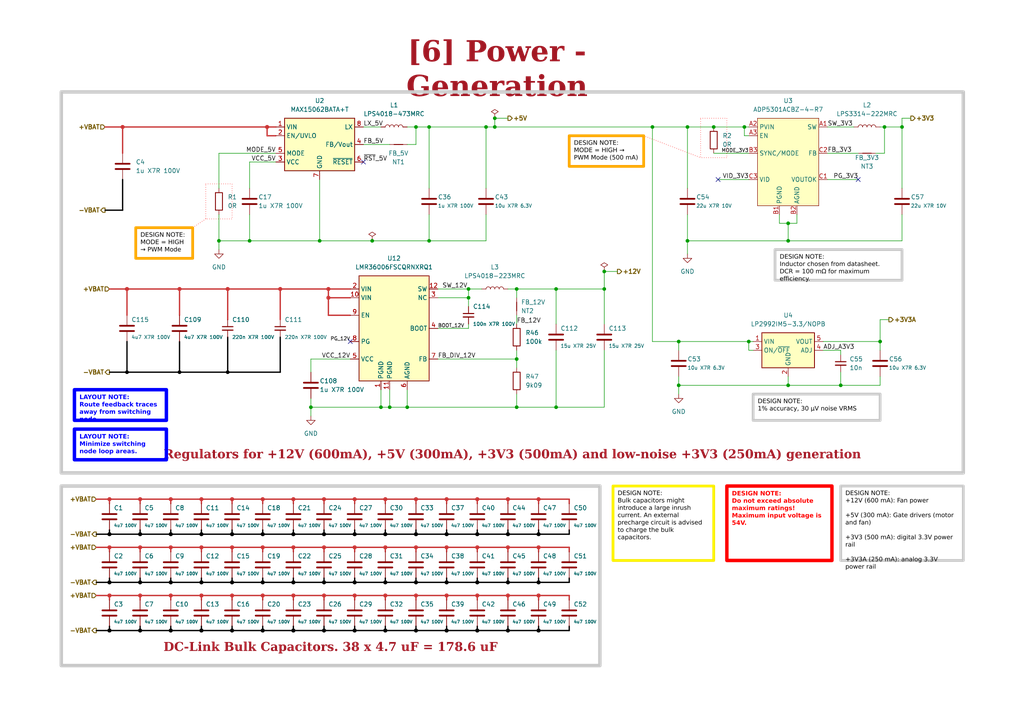
<source format=kicad_sch>
(kicad_sch (version 20230121) (generator eeschema)
  (paper "A4")
  (title_block (title "Power Generation") (date "2023-10-21") (rev "1.0") (company "EPFL Xplore") (comment 3 "Author: Vincent Nguyen"))
  (junction (at 52.07 83.82) (diameter 1.016) (color 200 50 50 1))
  (junction (at 93.98 144.78) (diameter 1.016) (color 200 50 50 1))
  (junction (at 52.07 107.95) (color 0 0 0 1))
  (junction (at 138.43 172.72) (diameter 1.016) (color 200 50 50 1))
  (junction (at 228.6 111.76))
  (junction (at 85.09 154.94) (diameter 1.016) (color 0 0 0 1))
  (junction (at 256.54 36.83))
  (junction (at 58.42 168.91) (diameter 1.016) (color 0 0 0 1))
  (junction (at 138.43 158.75) (diameter 1.016) (color 200 50 50 1))
  (junction (at 111.76 168.91) (diameter 1.016) (color 0 0 0 1))
  (junction (at 77.47 36.83) (diameter 1.016) (color 200 50 50 1))
  (junction (at 161.29 118.11))
  (junction (at 90.17 118.11))
  (junction (at 40.64 154.94) (diameter 1.016) (color 0 0 0 1))
  (junction (at 189.23 36.83))
  (junction (at 147.32 154.94) (diameter 1.016) (color 0 0 0 1))
  (junction (at 111.76 154.94) (diameter 1.016) (color 0 0 0 1))
  (junction (at 49.53 158.75) (diameter 1.016) (color 200 50 50 1))
  (junction (at 217.17 99.06))
  (junction (at 120.65 182.88) (diameter 1.016) (color 0 0 0 1))
  (junction (at 40.64 172.72) (diameter 1.016) (color 200 50 50 1))
  (junction (at 31.75 172.72) (diameter 1.016) (color 200 50 50 1))
  (junction (at 199.39 69.85))
  (junction (at 66.04 83.82) (diameter 1.016) (color 200 50 50 1))
  (junction (at 196.85 99.06))
  (junction (at 228.6 64.77))
  (junction (at 124.46 69.85))
  (junction (at 93.98 182.88) (diameter 1.016) (color 0 0 0 1))
  (junction (at 129.54 168.91) (diameter 1.016) (color 0 0 0 1))
  (junction (at 156.21 172.72) (diameter 1.016) (color 200 50 50 1))
  (junction (at 40.64 182.88) (diameter 1.016) (color 0 0 0 1))
  (junction (at 102.87 168.91) (diameter 1.016) (color 0 0 0 1))
  (junction (at 67.31 172.72) (diameter 1.016) (color 200 50 50 1))
  (junction (at 36.83 107.95) (color 0 0 0 1))
  (junction (at 63.5 69.85))
  (junction (at 111.76 172.72) (diameter 1.016) (color 200 50 50 1))
  (junction (at 85.09 182.88) (diameter 1.016) (color 0 0 0 1))
  (junction (at 31.75 154.94) (diameter 1.016) (color 0 0 0 1))
  (junction (at 67.31 144.78) (diameter 1.016) (color 200 50 50 1))
  (junction (at 156.21 168.91) (diameter 1.016) (color 0 0 0 1))
  (junction (at 149.86 118.11))
  (junction (at 135.89 83.82))
  (junction (at 40.64 168.91) (diameter 1.016) (color 0 0 0 1))
  (junction (at 102.87 172.72) (diameter 1.016) (color 200 50 50 1))
  (junction (at 124.46 36.83))
  (junction (at 120.65 36.83))
  (junction (at 36.83 83.82) (diameter 1.016) (color 200 50 50 1))
  (junction (at 138.43 168.91) (diameter 1.016) (color 0 0 0 1))
  (junction (at 72.39 69.85))
  (junction (at 199.39 36.83))
  (junction (at 138.43 182.88) (diameter 1.016) (color 0 0 0 1))
  (junction (at 111.76 182.88) (diameter 1.016) (color 0 0 0 1))
  (junction (at 147.32 158.75) (diameter 1.016) (color 200 50 50 1))
  (junction (at 49.53 154.94) (diameter 1.016) (color 0 0 0 1))
  (junction (at 76.2 168.91) (diameter 1.016) (color 0 0 0 1))
  (junction (at 85.09 168.91) (diameter 1.016) (color 0 0 0 1))
  (junction (at 49.53 144.78) (diameter 1.016) (color 200 50 50 1))
  (junction (at 255.27 99.06))
  (junction (at 129.54 158.75) (diameter 1.016) (color 200 50 50 1))
  (junction (at 58.42 144.78) (diameter 1.016) (color 200 50 50 1))
  (junction (at 129.54 154.94) (diameter 1.016) (color 0 0 0 1))
  (junction (at 118.11 118.11))
  (junction (at 81.28 83.82) (diameter 1.016) (color 200 50 50 1))
  (junction (at 31.75 168.91) (diameter 1.016) (color 0 0 0 1))
  (junction (at 261.62 36.83))
  (junction (at 31.75 182.88) (diameter 1.016) (color 0 0 0 1))
  (junction (at 49.53 168.91) (diameter 1.016) (color 0 0 0 1))
  (junction (at 107.95 69.85))
  (junction (at 207.01 36.83))
  (junction (at 120.65 168.91) (diameter 1.016) (color 0 0 0 1))
  (junction (at 228.6 69.85))
  (junction (at 58.42 158.75) (diameter 1.016) (color 200 50 50 1))
  (junction (at 92.71 69.85))
  (junction (at 76.2 154.94) (diameter 1.016) (color 0 0 0 1))
  (junction (at 196.85 111.76))
  (junction (at 156.21 154.94) (diameter 1.016) (color 0 0 0 1))
  (junction (at 49.53 172.72) (diameter 1.016) (color 200 50 50 1))
  (junction (at 113.03 118.11))
  (junction (at 76.2 182.88) (diameter 1.016) (color 0 0 0 1))
  (junction (at 102.87 154.94) (diameter 1.016) (color 0 0 0 1))
  (junction (at 40.64 158.75) (diameter 1.016) (color 200 50 50 1))
  (junction (at 93.98 154.94) (diameter 1.016) (color 0 0 0 1))
  (junction (at 143.51 36.83))
  (junction (at 76.2 158.75) (diameter 1.016) (color 200 50 50 1))
  (junction (at 102.87 144.78) (diameter 1.016) (color 200 50 50 1))
  (junction (at 85.09 158.75) (diameter 1.016) (color 200 50 50 1))
  (junction (at 111.76 144.78) (diameter 1.016) (color 200 50 50 1))
  (junction (at 156.21 144.78) (diameter 1.016) (color 200 50 50 1))
  (junction (at 135.89 86.36))
  (junction (at 58.42 182.88) (diameter 1.016) (color 0 0 0 1))
  (junction (at 161.29 83.82))
  (junction (at 215.9 36.83))
  (junction (at 102.87 182.88) (diameter 1.016) (color 0 0 0 1))
  (junction (at 129.54 144.78) (diameter 1.016) (color 200 50 50 1))
  (junction (at 93.98 172.72) (diameter 1.016) (color 200 50 50 1))
  (junction (at 120.65 172.72) (diameter 1.016) (color 200 50 50 1))
  (junction (at 67.31 154.94) (diameter 1.016) (color 0 0 0 1))
  (junction (at 31.75 158.75) (diameter 1.016) (color 200 50 50 1))
  (junction (at 120.65 158.75) (diameter 1.016) (color 200 50 50 1))
  (junction (at 138.43 154.94) (diameter 1.016) (color 0 0 0 1))
  (junction (at 147.32 182.88) (diameter 1.016) (color 0 0 0 1))
  (junction (at 85.09 144.78) (diameter 1.016) (color 200 50 50 1))
  (junction (at 67.31 158.75) (diameter 1.016) (color 200 50 50 1))
  (junction (at 93.98 158.75) (diameter 1.016) (color 200 50 50 1))
  (junction (at 102.87 158.75) (diameter 1.016) (color 200 50 50 1))
  (junction (at 138.43 144.78) (diameter 1.016) (color 200 50 50 1))
  (junction (at 111.76 158.75) (diameter 1.016) (color 200 50 50 1))
  (junction (at 95.25 83.82) (diameter 1.016) (color 200 50 50 1))
  (junction (at 40.64 144.78) (diameter 1.016) (color 200 50 50 1))
  (junction (at 129.54 172.72) (diameter 1.016) (color 200 50 50 1))
  (junction (at 147.32 144.78) (diameter 1.016) (color 200 50 50 1))
  (junction (at 66.04 107.95) (color 0 0 0 1))
  (junction (at 140.97 36.83))
  (junction (at 175.26 83.82))
  (junction (at 156.21 182.88) (diameter 1.016) (color 0 0 0 1))
  (junction (at 76.2 172.72) (diameter 1.016) (color 200 50 50 1))
  (junction (at 67.31 182.88) (diameter 1.016) (color 0 0 0 1))
  (junction (at 175.26 78.74))
  (junction (at 147.32 172.72) (diameter 1.016) (color 200 50 50 1))
  (junction (at 67.31 168.91) (diameter 1.016) (color 0 0 0 1))
  (junction (at 35.56 36.83) (diameter 1.016) (color 200 50 50 1))
  (junction (at 31.75 144.78) (diameter 1.016) (color 200 50 50 1))
  (junction (at 129.54 182.88) (diameter 1.016) (color 0 0 0 1))
  (junction (at 95.25 86.36) (diameter 1.016) (color 200 50 50 1))
  (junction (at 58.42 172.72) (diameter 1.016) (color 200 50 50 1))
  (junction (at 110.49 118.11))
  (junction (at 149.86 104.14))
  (junction (at 120.65 154.94) (diameter 1.016) (color 0 0 0 1))
  (junction (at 93.98 168.91) (diameter 1.016) (color 0 0 0 1))
  (junction (at 85.09 172.72) (diameter 1.016) (color 200 50 50 1))
  (junction (at 147.32 168.91) (diameter 1.016) (color 0 0 0 1))
  (junction (at 76.2 144.78) (diameter 1.016) (color 200 50 50 1))
  (junction (at 149.86 83.82))
  (junction (at 120.65 144.78) (diameter 1.016) (color 200 50 50 1))
  (junction (at 49.53 182.88) (diameter 1.016) (color 0 0 0 1))
  (junction (at 143.51 34.29))
  (junction (at 243.84 111.76))
  (junction (at 156.21 158.75) (diameter 1.016) (color 200 50 50 1))
  (junction (at 58.42 154.94) (diameter 1.016) (color 0 0 0 1))
  (no_connect (at 101.6 99.06))
  (no_connect (at 105.41 46.99))
  (no_connect (at 208.28 52.07))
  (no_connect (at 248.92 52.07))
  (wire (pts (xy 111.76 146.05) (xy 111.76 144.78)) (stroke (width 0.381) (color 200 50 50 1)))
  (wire (pts (xy 102.87 158.75) (xy 111.76 158.75)) (stroke (width 0.381) (color 200 50 50 1)))
  (wire (pts (xy 40.64 154.94) (xy 49.53 154.94)) (stroke (width 0.381) (color 0 0 0 1)))
  (wire (pts (xy 31.75 168.91) (xy 31.75 167.64)) (stroke (width 0.381) (color 0 0 0 1)))
  (wire (pts (xy 156.21 144.78) (xy 165.1 144.78)) (stroke (width 0.381) (color 200 50 50 1)))
  (wire (pts (xy 135.89 86.36) (xy 135.89 88.9)))
  (wire (pts (xy 165.1 168.91) (xy 165.1 167.64)) (stroke (width 0.381) (color 0 0 0 1)))
  (wire (pts (xy 49.53 167.64) (xy 49.53 168.91)) (stroke (width 0.381) (color 0 0 0 1)))
  (wire (pts (xy 102.87 153.67) (xy 102.87 154.94)) (stroke (width 0.381) (color 0 0 0 1)))
  (wire (pts (xy 111.76 167.64) (xy 111.76 168.91)) (stroke (width 0.381) (color 0 0 0 1)))
  (wire (pts (xy 95.25 86.36) (xy 95.25 91.44)) (stroke (width 0.381) (color 200 50 50 1)))
  (wire (pts (xy 63.5 62.23) (xy 63.5 69.85)))
  (wire (pts (xy 243.84 111.76) (xy 243.84 107.95)))
  (wire (pts (xy 85.09 182.88) (xy 93.98 182.88)) (stroke (width 0.381) (color 0 0 0 1)))
  (wire (pts (xy 129.54 168.91) (xy 138.43 168.91)) (stroke (width 0.381) (color 0 0 0 1)))
  (wire (pts (xy 228.6 111.76) (xy 228.6 109.22)))
  (wire (pts (xy 31.75 182.88) (xy 40.64 182.88)) (stroke (width 0.381) (color 0 0 0 1)))
  (wire (pts (xy 199.39 36.83) (xy 199.39 54.61)))
  (wire (pts (xy 118.11 118.11) (xy 118.11 113.03)))
  (wire (pts (xy 255.27 36.83) (xy 256.54 36.83)))
  (wire (pts (xy 138.43 144.78) (xy 147.32 144.78)) (stroke (width 0.381) (color 200 50 50 1)))
  (wire (pts (xy 111.76 144.78) (xy 120.65 144.78)) (stroke (width 0.381) (color 200 50 50 1)))
  (wire (pts (xy 31.75 154.94) (xy 31.75 153.67)) (stroke (width 0.381) (color 0 0 0 1)))
  (wire (pts (xy 207.01 36.83) (xy 215.9 36.83)))
  (wire (pts (xy 76.2 167.64) (xy 76.2 168.91)) (stroke (width 0.381) (color 0 0 0 1)))
  (wire (pts (xy 124.46 36.83) (xy 140.97 36.83)))
  (wire (pts (xy 243.84 101.6) (xy 238.76 101.6)))
  (wire (pts (xy 27.94 154.94) (xy 31.75 154.94)) (stroke (width 0.381) (color 0 0 0 1)))
  (wire (pts (xy 95.25 83.82) (xy 95.25 86.36)) (stroke (width 0.381) (color 200 50 50 1)))
  (wire (pts (xy 149.86 86.36) (xy 149.86 83.82)))
  (wire (pts (xy 248.92 52.07) (xy 240.03 52.07)))
  (wire (pts (xy 27.94 144.78) (xy 31.75 144.78)) (stroke (width 0.381) (color 200 50 50 1)))
  (wire (pts (xy 129.54 158.75) (xy 138.43 158.75)) (stroke (width 0.381) (color 200 50 50 1)))
  (wire (pts (xy 93.98 182.88) (xy 102.87 182.88)) (stroke (width 0.381) (color 0 0 0 1)))
  (wire (pts (xy 147.32 158.75) (xy 156.21 158.75)) (stroke (width 0.381) (color 200 50 50 1)))
  (wire (pts (xy 140.97 69.85) (xy 124.46 69.85)))
  (wire (pts (xy 217.17 39.37) (xy 215.9 39.37)))
  (wire (pts (xy 111.76 182.88) (xy 120.65 182.88)) (stroke (width 0.381) (color 0 0 0 1)))
  (wire (pts (xy 135.89 83.82) (xy 139.7 83.82)))
  (wire (pts (xy 228.6 64.77) (xy 231.14 64.77)))
  (wire (pts (xy 208.28 52.07) (xy 217.17 52.07)))
  (wire (pts (xy 149.86 101.6) (xy 149.86 104.14)))
  (wire (pts (xy 58.42 153.67) (xy 58.42 154.94)) (stroke (width 0.381) (color 0 0 0 1)))
  (wire (pts (xy 102.87 167.64) (xy 102.87 168.91)) (stroke (width 0.381) (color 0 0 0 1)))
  (wire (pts (xy 156.21 181.61) (xy 156.21 182.88)) (stroke (width 0.381) (color 0 0 0 1)))
  (wire (pts (xy 85.09 153.67) (xy 85.09 154.94)) (stroke (width 0.381) (color 0 0 0 1)))
  (wire (pts (xy 31.75 172.72) (xy 40.64 172.72)) (stroke (width 0.381) (color 200 50 50 1)))
  (wire (pts (xy 31.75 158.75) (xy 40.64 158.75)) (stroke (width 0.381) (color 200 50 50 1)))
  (wire (pts (xy 58.42 172.72) (xy 67.31 172.72)) (stroke (width 0.381) (color 200 50 50 1)))
  (wire (pts (xy 147.32 34.29) (xy 143.51 34.29)))
  (wire (pts (xy 67.31 154.94) (xy 76.2 154.94)) (stroke (width 0.381) (color 0 0 0 1)))
  (wire (pts (xy 27.94 168.91) (xy 31.75 168.91)) (stroke (width 0.381) (color 0 0 0 1)))
  (wire (pts (xy 129.54 153.67) (xy 129.54 154.94)) (stroke (width 0.381) (color 0 0 0 1)))
  (wire (pts (xy 105.41 41.91) (xy 113.03 41.91)))
  (wire (pts (xy 67.31 182.88) (xy 76.2 182.88)) (stroke (width 0.381) (color 0 0 0 1)))
  (wire (pts (xy 243.84 102.87) (xy 243.84 101.6)))
  (wire (pts (xy 30.48 36.83) (xy 35.56 36.83)) (stroke (width 0.381) (color 200 50 50 1)))
  (wire (pts (xy 175.26 78.74) (xy 175.26 83.82)))
  (wire (pts (xy 85.09 158.75) (xy 85.09 160.02)) (stroke (width 0.381) (color 200 50 50 1)))
  (wire (pts (xy 72.39 69.85) (xy 72.39 62.23)))
  (wire (pts (xy 31.75 107.95) (xy 36.83 107.95)) (stroke (width 0.381) (color 0 0 0 1)))
  (wire (pts (xy 95.25 86.36) (xy 101.6 86.36)) (stroke (width 0.381) (color 200 50 50 1)))
  (wire (pts (xy 140.97 54.61) (xy 140.97 36.83)))
  (wire (pts (xy 255.27 111.76) (xy 255.27 109.22)))
  (wire (pts (xy 85.09 144.78) (xy 85.09 146.05)) (stroke (width 0.381) (color 200 50 50 1)))
  (wire (pts (xy 175.26 83.82) (xy 175.26 93.98)))
  (wire (pts (xy 111.76 173.99) (xy 111.76 172.72)) (stroke (width 0.381) (color 200 50 50 1)))
  (wire (pts (xy 147.32 181.61) (xy 147.32 182.88)) (stroke (width 0.381) (color 0 0 0 1)))
  (wire (pts (xy 31.75 144.78) (xy 31.75 146.05)) (stroke (width 0.381) (color 200 50 50 1)))
  (wire (pts (xy 231.14 64.77) (xy 231.14 62.23)))
  (wire (pts (xy 49.53 158.75) (xy 49.53 160.02)) (stroke (width 0.381) (color 200 50 50 1)))
  (wire (pts (xy 40.64 144.78) (xy 49.53 144.78)) (stroke (width 0.381) (color 200 50 50 1)))
  (wire (pts (xy 76.2 144.78) (xy 76.2 146.05)) (stroke (width 0.381) (color 200 50 50 1)))
  (wire (pts (xy 85.09 181.61) (xy 85.09 182.88)) (stroke (width 0.381) (color 0 0 0 1)))
  (wire (pts (xy 165.1 144.78) (xy 165.1 146.05)) (stroke (width 0.381) (color 200 50 50 1)))
  (wire (pts (xy 147.32 172.72) (xy 156.21 172.72)) (stroke (width 0.381) (color 200 50 50 1)))
  (wire (pts (xy 49.53 172.72) (xy 58.42 172.72)) (stroke (width 0.381) (color 200 50 50 1)))
  (wire (pts (xy 118.11 41.91) (xy 120.65 41.91)))
  (wire (pts (xy 95.25 91.44) (xy 101.6 91.44)) (stroke (width 0.381) (color 200 50 50 1)))
  (wire (pts (xy 93.98 168.91) (xy 102.87 168.91)) (stroke (width 0.381) (color 0 0 0 1)))
  (wire (pts (xy 31.75 182.88) (xy 31.75 181.61)) (stroke (width 0.381) (color 0 0 0 1)))
  (wire (pts (xy 58.42 144.78) (xy 67.31 144.78)) (stroke (width 0.381) (color 200 50 50 1)))
  (wire (pts (xy 67.31 153.67) (xy 67.31 154.94)) (stroke (width 0.381) (color 0 0 0 1)))
  (wire (pts (xy 81.28 83.82) (xy 95.25 83.82)) (stroke (width 0.381) (color 200 50 50 1)))
  (wire (pts (xy 149.86 83.82) (xy 161.29 83.82)))
  (wire (pts (xy 147.32 168.91) (xy 156.21 168.91)) (stroke (width 0.381) (color 0 0 0 1)))
  (wire (pts (xy 255.27 99.06) (xy 255.27 92.71)))
  (wire (pts (xy 77.47 39.37) (xy 77.47 36.83)) (stroke (width 0.381) (color 200 50 50 1)))
  (wire (pts (xy 102.87 154.94) (xy 111.76 154.94)) (stroke (width 0.381) (color 0 0 0 1)))
  (wire (pts (xy 67.31 168.91) (xy 76.2 168.91)) (stroke (width 0.381) (color 0 0 0 1)))
  (wire (pts (xy 52.07 107.95) (xy 66.04 107.95)) (stroke (width 0.381) (color 0 0 0 1)))
  (wire (pts (xy 90.17 104.14) (xy 101.6 104.14)))
  (wire (pts (xy 52.07 91.44) (xy 52.07 83.82)) (stroke (width 0.381) (color 200 50 50 1)))
  (wire (pts (xy 66.04 107.95) (xy 81.28 107.95)) (stroke (width 0.381) (color 0 0 0 1)))
  (wire (pts (xy 156.21 173.99) (xy 156.21 172.72)) (stroke (width 0.381) (color 200 50 50 1)))
  (wire (pts (xy 120.65 154.94) (xy 129.54 154.94)) (stroke (width 0.381) (color 0 0 0 1)))
  (wire (pts (xy 93.98 181.61) (xy 93.98 182.88)) (stroke (width 0.381) (color 0 0 0 1)))
  (wire (pts (xy 93.98 167.64) (xy 93.98 168.91)) (stroke (width 0.381) (color 0 0 0 1)))
  (wire (pts (xy 124.46 36.83) (xy 120.65 36.83)))
  (wire (pts (xy 58.42 158.75) (xy 67.31 158.75)) (stroke (width 0.381) (color 200 50 50 1)))
  (wire (pts (xy 49.53 181.61) (xy 49.53 182.88)) (stroke (width 0.381) (color 0 0 0 1)))
  (wire (pts (xy 129.54 182.88) (xy 138.43 182.88)) (stroke (width 0.381) (color 0 0 0 1)))
  (wire (pts (xy 143.51 36.83) (xy 189.23 36.83)))
  (wire (pts (xy 52.07 83.82) (xy 66.04 83.82)) (stroke (width 0.381) (color 200 50 50 1)))
  (wire (pts (xy 111.76 154.94) (xy 120.65 154.94)) (stroke (width 0.381) (color 0 0 0 1)))
  (wire (pts (xy 127 86.36) (xy 135.89 86.36)))
  (wire (pts (xy 66.04 83.82) (xy 66.04 92.71)) (stroke (width 0.381) (color 200 50 50 1)))
  (wire (pts (xy 120.65 172.72) (xy 129.54 172.72)) (stroke (width 0.381) (color 200 50 50 1)))
  (wire (pts (xy 36.83 83.82) (xy 52.07 83.82)) (stroke (width 0.381) (color 200 50 50 1)))
  (wire (pts (xy 111.76 181.61) (xy 111.76 182.88)) (stroke (width 0.381) (color 0 0 0 1)))
  (wire (pts (xy 102.87 168.91) (xy 111.76 168.91)) (stroke (width 0.381) (color 0 0 0 1)))
  (wire (pts (xy 129.54 158.75) (xy 129.54 160.02)) (stroke (width 0.381) (color 200 50 50 1)))
  (wire (pts (xy 76.2 172.72) (xy 85.09 172.72)) (stroke (width 0.381) (color 200 50 50 1)))
  (wire (pts (xy 111.76 172.72) (xy 120.65 172.72)) (stroke (width 0.381) (color 200 50 50 1)))
  (wire (pts (xy 156.21 182.88) (xy 165.1 182.88)) (stroke (width 0.381) (color 0 0 0 1)))
  (wire (pts (xy 138.43 172.72) (xy 147.32 172.72)) (stroke (width 0.381) (color 200 50 50 1)))
  (wire (pts (xy 76.2 153.67) (xy 76.2 154.94)) (stroke (width 0.381) (color 0 0 0 1)))
  (wire (pts (xy 129.54 181.61) (xy 129.54 182.88)) (stroke (width 0.381) (color 0 0 0 1)))
  (wire (pts (xy 58.42 154.94) (xy 67.31 154.94)) (stroke (width 0.381) (color 0 0 0 1)))
  (wire (pts (xy 31.75 154.94) (xy 40.64 154.94)) (stroke (width 0.381) (color 0 0 0 1)))
  (wire (pts (xy 248.92 44.45) (xy 240.03 44.45)))
  (wire (pts (xy 36.83 107.95) (xy 52.07 107.95)) (stroke (width 0.381) (color 0 0 0 1)))
  (wire (pts (xy 120.65 144.78) (xy 129.54 144.78)) (stroke (width 0.381) (color 200 50 50 1)))
  (wire (pts (xy 161.29 101.6) (xy 161.29 118.11)))
  (wire (pts (xy 196.85 99.06) (xy 196.85 101.6)))
  (wire (pts (xy 120.65 158.75) (xy 129.54 158.75)) (stroke (width 0.381) (color 200 50 50 1)))
  (wire (pts (xy 58.42 144.78) (xy 58.42 146.05)) (stroke (width 0.381) (color 200 50 50 1)))
  (wire (pts (xy 138.43 153.67) (xy 138.43 154.94)) (stroke (width 0.381) (color 0 0 0 1)))
  (wire (pts (xy 124.46 54.61) (xy 124.46 36.83)))
  (wire (pts (xy 58.42 181.61) (xy 58.42 182.88)) (stroke (width 0.381) (color 0 0 0 1)))
  (wire (pts (xy 58.42 167.64) (xy 58.42 168.91)) (stroke (width 0.381) (color 0 0 0 1)))
  (wire (pts (xy 40.64 158.75) (xy 49.53 158.75)) (stroke (width 0.381) (color 200 50 50 1)))
  (wire (pts (xy 135.89 95.25) (xy 127 95.25)))
  (wire (pts (xy 92.71 69.85) (xy 92.71 52.07)))
  (wire (pts (xy 49.53 172.72) (xy 49.53 173.99)) (stroke (width 0.381) (color 200 50 50 1)))
  (wire (pts (xy 138.43 182.88) (xy 147.32 182.88)) (stroke (width 0.381) (color 0 0 0 1)))
  (wire (pts (xy 36.83 99.06) (xy 36.83 107.95)) (stroke (width 0.381) (color 0 0 0 1)))
  (wire (pts (xy 138.43 144.78) (xy 138.43 146.05)) (stroke (width 0.381) (color 200 50 50 1)))
  (wire (pts (xy 207.01 44.45) (xy 217.17 44.45)))
  (wire (pts (xy 138.43 167.64) (xy 138.43 168.91)) (stroke (width 0.381) (color 0 0 0 1)))
  (wire (pts (xy 156.21 160.02) (xy 156.21 158.75)) (stroke (width 0.381) (color 200 50 50 1)))
  (wire (pts (xy 77.47 36.83) (xy 80.01 36.83)) (stroke (width 0.381) (color 200 50 50 1)))
  (wire (pts (xy 40.64 144.78) (xy 40.64 146.05)) (stroke (width 0.381) (color 200 50 50 1)))
  (wire (pts (xy 156.21 146.05) (xy 156.21 144.78)) (stroke (width 0.381) (color 200 50 50 1)))
  (wire (pts (xy 63.5 44.45) (xy 80.01 44.45)))
  (wire (pts (xy 35.56 36.83) (xy 77.47 36.83)) (stroke (width 0.381) (color 200 50 50 1)))
  (wire (pts (xy 113.03 118.11) (xy 113.03 113.03)))
  (wire (pts (xy 147.32 154.94) (xy 156.21 154.94)) (stroke (width 0.381) (color 0 0 0 1)))
  (wire (pts (xy 102.87 182.88) (xy 111.76 182.88)) (stroke (width 0.381) (color 0 0 0 1)))
  (wire (pts (xy 102.87 158.75) (xy 102.87 160.02)) (stroke (width 0.381) (color 200 50 50 1)))
  (wire (pts (xy 127 104.14) (xy 149.86 104.14)))
  (wire (pts (xy 76.2 154.94) (xy 85.09 154.94)) (stroke (width 0.381) (color 0 0 0 1)))
  (wire (pts (xy 149.86 104.14) (xy 149.86 106.68)))
  (wire (pts (xy 156.21 167.64) (xy 156.21 168.91)) (stroke (width 0.381) (color 0 0 0 1)))
  (wire (pts (xy 196.85 99.06) (xy 189.23 99.06)))
  (wire (pts (xy 67.31 181.61) (xy 67.31 182.88)) (stroke (width 0.381) (color 0 0 0 1)))
  (wire (pts (xy 76.2 168.91) (xy 85.09 168.91)) (stroke (width 0.381) (color 0 0 0 1)))
  (wire (pts (xy 261.62 62.23) (xy 261.62 69.85)))
  (wire (pts (xy 217.17 101.6) (xy 217.17 99.06)))
  (wire (pts (xy 49.53 168.91) (xy 58.42 168.91)) (stroke (width 0.381) (color 0 0 0 1)))
  (wire (pts (xy 67.31 158.75) (xy 76.2 158.75)) (stroke (width 0.381) (color 200 50 50 1)))
  (wire (pts (xy 31.75 83.82) (xy 36.83 83.82)) (stroke (width 0.381) (color 200 50 50 1)))
  (wire (pts (xy 129.54 172.72) (xy 138.43 172.72)) (stroke (width 0.381) (color 200 50 50 1)))
  (wire (pts (xy 120.65 168.91) (xy 129.54 168.91)) (stroke (width 0.381) (color 0 0 0 1)))
  (wire (pts (xy 199.39 62.23) (xy 199.39 69.85)))
  (wire (pts (xy 196.85 111.76) (xy 228.6 111.76)))
  (wire (pts (xy 72.39 46.99) (xy 80.01 46.99)))
  (wire (pts (xy 135.89 93.98) (xy 135.89 95.25)))
  (wire (pts (xy 120.65 36.83) (xy 118.11 36.83)))
  (wire (pts (xy 35.56 52.07) (xy 35.56 60.96)) (stroke (width 0.381) (color 0 0 0 1)))
  (wire (pts (xy 40.64 167.64) (xy 40.64 168.91)) (stroke (width 0.381) (color 0 0 0 1)))
  (wire (pts (xy 111.76 153.67) (xy 111.76 154.94)) (stroke (width 0.381) (color 0 0 0 1)))
  (wire (pts (xy 107.95 69.85) (xy 92.71 69.85)))
  (wire (pts (xy 161.29 83.82) (xy 161.29 93.98)))
  (wire (pts (xy 49.53 158.75) (xy 58.42 158.75)) (stroke (width 0.381) (color 200 50 50 1)))
  (wire (pts (xy 113.03 118.11) (xy 118.11 118.11)))
  (wire (pts (xy 243.84 111.76) (xy 255.27 111.76)))
  (wire (pts (xy 138.43 158.75) (xy 147.32 158.75)) (stroke (width 0.381) (color 200 50 50 1)))
  (wire (pts (xy 226.06 62.23) (xy 226.06 64.77)))
  (wire (pts (xy 85.09 154.94) (xy 93.98 154.94)) (stroke (width 0.381) (color 0 0 0 1)))
  (wire (pts (xy 40.64 181.61) (xy 40.64 182.88)) (stroke (width 0.381) (color 0 0 0 1)))
  (wire (pts (xy 102.87 181.61) (xy 102.87 182.88)) (stroke (width 0.381) (color 0 0 0 1)))
  (wire (pts (xy 129.54 154.94) (xy 138.43 154.94)) (stroke (width 0.381) (color 0 0 0 1)))
  (wire (pts (xy 196.85 111.76) (xy 196.85 109.22)))
  (wire (pts (xy 179.07 78.74) (xy 175.26 78.74)))
  (wire (pts (xy 189.23 99.06) (xy 189.23 36.83)))
  (wire (pts (xy 147.32 144.78) (xy 156.21 144.78)) (stroke (width 0.381) (color 200 50 50 1)))
  (wire (pts (xy 58.42 182.88) (xy 67.31 182.88)) (stroke (width 0.381) (color 0 0 0 1)))
  (wire (pts (xy 147.32 172.72) (xy 147.32 173.99)) (stroke (width 0.381) (color 200 50 50 1)))
  (wire (pts (xy 76.2 172.72) (xy 76.2 173.99)) (stroke (width 0.381) (color 200 50 50 1)))
  (wire (pts (xy 138.43 158.75) (xy 138.43 160.02)) (stroke (width 0.381) (color 200 50 50 1)))
  (wire (pts (xy 76.2 182.88) (xy 85.09 182.88)) (stroke (width 0.381) (color 0 0 0 1)))
  (wire (pts (xy 36.83 91.44) (xy 36.83 83.82)) (stroke (width 0.381) (color 200 50 50 1)))
  (wire (pts (xy 102.87 144.78) (xy 111.76 144.78)) (stroke (width 0.381) (color 200 50 50 1)))
  (wire (pts (xy 199.39 69.85) (xy 228.6 69.85)))
  (wire (pts (xy 49.53 144.78) (xy 49.53 146.05)) (stroke (width 0.381) (color 200 50 50 1)))
  (wire (pts (xy 110.49 118.11) (xy 113.03 118.11)))
  (polyline (pts (xy 186.69 39.37) (xy 203.2 45.72)) (stroke (width 0) (type dot) (color 255 0 0 1)))
  (wire (pts (xy 63.5 69.85) (xy 72.39 69.85)))
  (wire (pts (xy 93.98 158.75) (xy 102.87 158.75)) (stroke (width 0.381) (color 200 50 50 1)))
  (wire (pts (xy 135.89 86.36) (xy 135.89 83.82)))
  (wire (pts (xy 156.21 158.75) (xy 165.1 158.75)) (stroke (width 0.381) (color 200 50 50 1)))
  (wire (pts (xy 120.65 41.91) (xy 120.65 36.83)))
  (wire (pts (xy 147.32 182.88) (xy 156.21 182.88)) (stroke (width 0.381) (color 0 0 0 1)))
  (wire (pts (xy 110.49 113.03) (xy 110.49 118.11)))
  (wire (pts (xy 90.17 107.95) (xy 90.17 104.14)))
  (wire (pts (xy 31.75 172.72) (xy 31.75 173.99)) (stroke (width 0.381) (color 200 50 50 1)))
  (wire (pts (xy 58.42 158.75) (xy 58.42 160.02)) (stroke (width 0.381) (color 200 50 50 1)))
  (wire (pts (xy 129.54 144.78) (xy 129.54 146.05)) (stroke (width 0.381) (color 200 50 50 1)))
  (wire (pts (xy 199.39 36.83) (xy 207.01 36.83)))
  (wire (pts (xy 129.54 167.64) (xy 129.54 168.91)) (stroke (width 0.381) (color 0 0 0 1)))
  (wire (pts (xy 138.43 172.72) (xy 138.43 173.99)) (stroke (width 0.381) (color 200 50 50 1)))
  (wire (pts (xy 40.64 153.67) (xy 40.64 154.94)) (stroke (width 0.381) (color 0 0 0 1)))
  (wire (pts (xy 93.98 158.75) (xy 93.98 160.02)) (stroke (width 0.381) (color 200 50 50 1)))
  (wire (pts (xy 90.17 115.57) (xy 90.17 118.11)))
  (wire (pts (xy 105.41 36.83) (xy 110.49 36.83)))
  (wire (pts (xy 85.09 167.64) (xy 85.09 168.91)) (stroke (width 0.381) (color 0 0 0 1)))
  (wire (pts (xy 93.98 144.78) (xy 102.87 144.78)) (stroke (width 0.381) (color 200 50 50 1)))
  (wire (pts (xy 102.87 172.72) (xy 111.76 172.72)) (stroke (width 0.381) (color 200 50 50 1)))
  (wire (pts (xy 52.07 99.06) (xy 52.07 107.95)) (stroke (width 0.381) (color 0 0 0 1)))
  (wire (pts (xy 161.29 83.82) (xy 175.26 83.82)))
  (wire (pts (xy 255.27 99.06) (xy 238.76 99.06)))
  (wire (pts (xy 120.65 167.64) (xy 120.65 168.91)) (stroke (width 0.381) (color 0 0 0 1)))
  (wire (pts (xy 93.98 153.67) (xy 93.98 154.94)) (stroke (width 0.381) (color 0 0 0 1)))
  (wire (pts (xy 66.04 107.95) (xy 66.04 97.79)) (stroke (width 0.381) (color 0 0 0 1)))
  (wire (pts (xy 124.46 69.85) (xy 107.95 69.85)))
  (wire (pts (xy 27.94 182.88) (xy 31.75 182.88)) (stroke (width 0.381) (color 0 0 0 1)))
  (wire (pts (xy 40.64 158.75) (xy 40.64 160.02)) (stroke (width 0.381) (color 200 50 50 1)))
  (wire (pts (xy 67.31 172.72) (xy 76.2 172.72)) (stroke (width 0.381) (color 200 50 50 1)))
  (wire (pts (xy 80.01 39.37) (xy 77.47 39.37)) (stroke (width 0.381) (color 200 50 50 1)))
  (wire (pts (xy 215.9 39.37) (xy 215.9 36.83)))
  (wire (pts (xy 255.27 101.6) (xy 255.27 99.06)))
  (wire (pts (xy 165.1 154.94) (xy 165.1 153.67)) (stroke (width 0.381) (color 0 0 0 1)))
  (wire (pts (xy 67.31 144.78) (xy 76.2 144.78)) (stroke (width 0.381) (color 200 50 50 1)))
  (wire (pts (xy 120.65 146.05) (xy 120.65 144.78)) (stroke (width 0.381) (color 200 50 50 1)))
  (wire (pts (xy 228.6 69.85) (xy 228.6 64.77)))
  (wire (pts (xy 85.09 158.75) (xy 93.98 158.75)) (stroke (width 0.381) (color 200 50 50 1)))
  (wire (pts (xy 40.64 168.91) (xy 49.53 168.91)) (stroke (width 0.381) (color 0 0 0 1)))
  (wire (pts (xy 90.17 118.11) (xy 90.17 120.65)))
  (wire (pts (xy 93.98 144.78) (xy 93.98 146.05)) (stroke (width 0.381) (color 200 50 50 1)))
  (wire (pts (xy 76.2 158.75) (xy 85.09 158.75)) (stroke (width 0.381) (color 200 50 50 1)))
  (wire (pts (xy 58.42 172.72) (xy 58.42 173.99)) (stroke (width 0.381) (color 200 50 50 1)))
  (wire (pts (xy 93.98 172.72) (xy 102.87 172.72)) (stroke (width 0.381) (color 200 50 50 1)))
  (polyline (pts (xy 59.69 63.5) (xy 55.88 66.04)) (stroke (width 0) (type dot) (color 255 0 0 1)))
  (wire (pts (xy 120.65 160.02) (xy 120.65 158.75)) (stroke (width 0.381) (color 200 50 50 1)))
  (wire (pts (xy 31.75 144.78) (xy 40.64 144.78)) (stroke (width 0.381) (color 200 50 50 1)))
  (wire (pts (xy 63.5 72.39) (xy 63.5 69.85)))
  (wire (pts (xy 93.98 154.94) (xy 102.87 154.94)) (stroke (width 0.381) (color 0 0 0 1)))
  (wire (pts (xy 40.64 172.72) (xy 49.53 172.72)) (stroke (width 0.381) (color 200 50 50 1)))
  (wire (pts (xy 49.53 144.78) (xy 58.42 144.78)) (stroke (width 0.381) (color 200 50 50 1)))
  (wire (pts (xy 138.43 168.91) (xy 147.32 168.91)) (stroke (width 0.381) (color 0 0 0 1)))
  (wire (pts (xy 111.76 160.02) (xy 111.76 158.75)) (stroke (width 0.381) (color 200 50 50 1)))
  (wire (pts (xy 35.56 44.45) (xy 35.56 36.83)) (stroke (width 0.381) (color 200 50 50 1)))
  (wire (pts (xy 196.85 114.3) (xy 196.85 111.76)))
  (wire (pts (xy 256.54 36.83) (xy 256.54 44.45)))
  (wire (pts (xy 228.6 69.85) (xy 261.62 69.85)))
  (wire (pts (xy 261.62 34.29) (xy 261.62 36.83)))
  (wire (pts (xy 149.86 114.3) (xy 149.86 118.11)))
  (wire (pts (xy 120.65 182.88) (xy 129.54 182.88)) (stroke (width 0.381) (color 0 0 0 1)))
  (wire (pts (xy 111.76 168.91) (xy 120.65 168.91)) (stroke (width 0.381) (color 0 0 0 1)))
  (wire (pts (xy 85.09 144.78) (xy 93.98 144.78)) (stroke (width 0.381) (color 200 50 50 1)))
  (wire (pts (xy 35.56 60.96) (xy 30.48 60.96)) (stroke (width 0.381) (color 0 0 0 1)))
  (wire (pts (xy 85.09 172.72) (xy 85.09 173.99)) (stroke (width 0.381) (color 200 50 50 1)))
  (wire (pts (xy 218.44 101.6) (xy 217.17 101.6)))
  (wire (pts (xy 102.87 172.72) (xy 102.87 173.99)) (stroke (width 0.381) (color 200 50 50 1)))
  (wire (pts (xy 67.31 158.75) (xy 67.31 160.02)) (stroke (width 0.381) (color 200 50 50 1)))
  (wire (pts (xy 256.54 36.83) (xy 261.62 36.83)))
  (wire (pts (xy 147.32 167.64) (xy 147.32 168.91)) (stroke (width 0.381) (color 0 0 0 1)))
  (wire (pts (xy 175.26 101.6) (xy 175.26 118.11)))
  (wire (pts (xy 111.76 158.75) (xy 120.65 158.75)) (stroke (width 0.381) (color 200 50 50 1)))
  (wire (pts (xy 129.54 172.72) (xy 129.54 173.99)) (stroke (width 0.381) (color 200 50 50 1)))
  (wire (pts (xy 217.17 99.06) (xy 196.85 99.06)))
  (wire (pts (xy 147.32 153.67) (xy 147.32 154.94)) (stroke (width 0.381) (color 0 0 0 1)))
  (wire (pts (xy 156.21 168.91) (xy 165.1 168.91)) (stroke (width 0.381) (color 0 0 0 1)))
  (wire (pts (xy 147.32 144.78) (xy 147.32 146.05)) (stroke (width 0.381) (color 200 50 50 1)))
  (wire (pts (xy 199.39 73.66) (xy 199.39 69.85)))
  (wire (pts (xy 165.1 158.75) (xy 165.1 160.02)) (stroke (width 0.381) (color 200 50 50 1)))
  (wire (pts (xy 228.6 111.76) (xy 243.84 111.76)))
  (wire (pts (xy 76.2 158.75) (xy 76.2 160.02)) (stroke (width 0.381) (color 200 50 50 1)))
  (wire (pts (xy 156.21 153.67) (xy 156.21 154.94)) (stroke (width 0.381) (color 0 0 0 1)))
  (wire (pts (xy 218.44 99.06) (xy 217.17 99.06)))
  (wire (pts (xy 40.64 182.88) (xy 49.53 182.88)) (stroke (width 0.381) (color 0 0 0 1)))
  (wire (pts (xy 256.54 44.45) (xy 254 44.45)))
  (wire (pts (xy 261.62 36.83) (xy 261.62 54.61)))
  (wire (pts (xy 49.53 153.67) (xy 49.53 154.94)) (stroke (width 0.381) (color 0 0 0 1)))
  (wire (pts (xy 49.53 182.88) (xy 58.42 182.88)) (stroke (width 0.381) (color 0 0 0 1)))
  (wire (pts (xy 72.39 69.85) (xy 92.71 69.85)))
  (wire (pts (xy 66.04 83.82) (xy 81.28 83.82)) (stroke (width 0.381) (color 200 50 50 1)))
  (wire (pts (xy 76.2 181.61) (xy 76.2 182.88)) (stroke (width 0.381) (color 0 0 0 1)))
  (wire (pts (xy 165.1 182.88) (xy 165.1 181.61)) (stroke (width 0.381) (color 0 0 0 1)))
  (wire (pts (xy 40.64 172.72) (xy 40.64 173.99)) (stroke (width 0.381) (color 200 50 50 1)))
  (wire (pts (xy 95.25 83.82) (xy 101.6 83.82)) (stroke (width 0.381) (color 200 50 50 1)))
  (wire (pts (xy 49.53 154.94) (xy 58.42 154.94)) (stroke (width 0.381) (color 0 0 0 1)))
  (wire (pts (xy 90.17 118.11) (xy 110.49 118.11)))
  (wire (pts (xy 140.97 36.83) (xy 143.51 36.83)))
  (wire (pts (xy 27.94 158.75) (xy 31.75 158.75)) (stroke (width 0.381) (color 200 50 50 1)))
  (wire (pts (xy 138.43 154.94) (xy 147.32 154.94)) (stroke (width 0.381) (color 0 0 0 1)))
  (wire (pts (xy 67.31 172.72) (xy 67.31 173.99)) (stroke (width 0.381) (color 200 50 50 1)))
  (wire (pts (xy 72.39 54.61) (xy 72.39 46.99)))
  (wire (pts (xy 228.6 64.77) (xy 226.06 64.77)))
  (wire (pts (xy 67.31 167.64) (xy 67.31 168.91)) (stroke (width 0.381) (color 0 0 0 1)))
  (wire (pts (xy 165.1 172.72) (xy 165.1 173.99)) (stroke (width 0.381) (color 200 50 50 1)))
  (wire (pts (xy 129.54 144.78) (xy 138.43 144.78)) (stroke (width 0.381) (color 200 50 50 1)))
  (wire (pts (xy 156.21 172.72) (xy 165.1 172.72)) (stroke (width 0.381) (color 200 50 50 1)))
  (wire (pts (xy 240.03 36.83) (xy 247.65 36.83)))
  (wire (pts (xy 149.86 118.11) (xy 161.29 118.11)))
  (wire (pts (xy 175.26 118.11) (xy 161.29 118.11)))
  (wire (pts (xy 63.5 54.61) (xy 63.5 44.45)))
  (wire (pts (xy 120.65 153.67) (xy 120.65 154.94)) (stroke (width 0.381) (color 0 0 0 1)))
  (wire (pts (xy 85.09 168.91) (xy 93.98 168.91)) (stroke (width 0.381) (color 0 0 0 1)))
  (wire (pts (xy 81.28 83.82) (xy 81.28 92.71)) (stroke (width 0.381) (color 200 50 50 1)))
  (wire (pts (xy 76.2 144.78) (xy 85.09 144.78)) (stroke (width 0.381) (color 200 50 50 1)))
  (wire (pts (xy 140.97 62.23) (xy 140.97 69.85)))
  (wire (pts (xy 156.21 154.94) (xy 165.1 154.94)) (stroke (width 0.381) (color 0 0 0 1)))
  (wire (pts (xy 215.9 36.83) (xy 217.17 36.83)))
  (wire (pts (xy 93.98 172.72) (xy 93.98 173.99)) (stroke (width 0.381) (color 200 50 50 1)))
  (wire (pts (xy 81.28 107.95) (xy 81.28 97.79)) (stroke (width 0.381) (color 0 0 0 1)))
  (wire (pts (xy 27.94 172.72) (xy 31.75 172.72)) (stroke (width 0.381) (color 200 50 50 1)))
  (wire (pts (xy 149.86 93.98) (xy 149.86 91.44)))
  (wire (pts (xy 138.43 181.61) (xy 138.43 182.88)) (stroke (width 0.381) (color 0 0 0 1)))
  (wire (pts (xy 67.31 144.78) (xy 67.31 146.05)) (stroke (width 0.381) (color 200 50 50 1)))
  (wire (pts (xy 120.65 181.61) (xy 120.65 182.88)) (stroke (width 0.381) (color 0 0 0 1)))
  (wire (pts (xy 264.16 34.29) (xy 261.62 34.29)))
  (wire (pts (xy 255.27 92.71) (xy 257.81 92.71)))
  (wire (pts (xy 189.23 36.83) (xy 199.39 36.83)))
  (wire (pts (xy 31.75 168.91) (xy 40.64 168.91)) (stroke (width 0.381) (color 0 0 0 1)))
  (wire (pts (xy 127 83.82) (xy 135.89 83.82)))
  (wire (pts (xy 124.46 62.23) (xy 124.46 69.85)))
  (wire (pts (xy 147.32 83.82) (xy 149.86 83.82)))
  (wire (pts (xy 143.51 34.29) (xy 143.51 36.83)))
  (wire (pts (xy 102.87 144.78) (xy 102.87 146.05)) (stroke (width 0.381) (color 200 50 50 1)))
  (wire (pts (xy 85.09 172.72) (xy 93.98 172.72)) (stroke (width 0.381) (color 200 50 50 1)))
  (wire (pts (xy 31.75 158.75) (xy 31.75 160.02)) (stroke (width 0.381) (color 200 50 50 1)))
  (wire (pts (xy 147.32 158.75) (xy 147.32 160.02)) (stroke (width 0.381) (color 200 50 50 1)))
  (wire (pts (xy 120.65 173.99) (xy 120.65 172.72)) (stroke (width 0.381) (color 200 50 50 1)))
  (wire (pts (xy 118.11 118.11) (xy 149.86 118.11)))
  (wire (pts (xy 58.42 168.91) (xy 67.31 168.91)) (stroke (width 0.381) (color 0 0 0 1)))
  (rectangle (start 59.69 53.34) (end 67.31 63.5) (stroke (width 0) (type dot) (color 255 0 0 1)))
  (rectangle (start 17.78 26.67) (end 279.4 137.16) (stroke (width 1) (color 200 200 200 1)))
  (rectangle (start 203.2 34.29) (end 210.82 45.72) (stroke (width 0) (type dot) (color 255 0 0 1)))
  (arc (start 19.05 -215.9) (mid 21.6538 -222.1862) (end 27.94 -224.79))
  (rectangle (start 17.78 140.97) (end 173.99 193.04) (stroke (width 1) (color 200 200 200 1)))
  (text_box "Regulators for +12V (600mA), +5V (300mA), +3V3 (500mA) and low-noise +3V3 (250mA) generation" (at 19.05 125.73 0) (size 259.08 9.525) (stroke (width -0.0001)) (effects (font (size 2.54 2.54) (thickness 0.508) bold) (justify bottom)))
  (text_box "LAYOUT NOTE:\nRoute feedback traces away from switching node." (at 21.59 113.03 0) (size 26.67 8.89) (stroke (width 1) (color 0 0 255 1)) (effects (font (size 1.27 1.27) (thickness 0.4) bold) (justify left top)))
  (text_box "[6] Power - Generation" (at 95.885 13.97 0) (size 96.52 12.7) (stroke (width -0.0001)) (effects (font (size 6 6) (thickness 1.2) bold)))
  (text_box "DESIGN NOTE:\nMODE = HIGH → PWM Mode" (at 39.37 66.04 0) (size 16.51 8.89) (stroke (width 0.8) (color 255 165 0 1)) (effects (font (size 1.27 1.27)) (justify left top)))
  (text_box "DESIGN NOTE:\nMODE = HIGH → PWM Mode (500 mA)" (at 165.1 39.37 0) (size 21.59 8.89) (stroke (width 0.8) (color 255 165 0 1)) (effects (font (size 1.27 1.27)) (justify left top)))
  (text_box "DESIGN NOTE:\nInductor chosen from datasheet. \nDCR = 100 mΩ for maximum efficiency." (at 224.79 72.39 0) (size 36.83 8.89) (stroke (width 0.8) (color 200 200 200 1)) (effects (font (size 1.27 1.27)) (justify left top)))
  (text_box "DESIGN NOTE:\n1% accuracy, 30 µV noise VRMS" (at 218.44 114.3 0) (size 36.83 7.62) (stroke (width 0.8) (color 200 200 200 1)) (effects (font (size 1.27 1.27)) (justify left top)))
  (text_box "LAYOUT NOTE:\nMinimize switching node loop areas." (at 21.59 124.46 0) (size 26.67 8.89) (stroke (width 1) (color 0 0 255 1)) (effects (font (size 1.27 1.27) (thickness 0.4) bold) (justify left top)))
  (text_box "DESIGN NOTE:\nDo not exceed absolute maximum ratings! Maximum input voltage is 54V." (at 210.82 140.97 0) (size 30.48 21.59) (stroke (width 1) (color 255 0 0 1)) (effects (font (size 1.27 1.27) (thickness 0.4) bold) (justify left top)))
  (text_box "DC-Link Bulk Capacitors. 38 x 4.7 uF = 178.6 uF" (at 19.05 181.61 0) (size 153.67 9.525) (stroke (width -0.0001)) (effects (font (size 2.54 2.54) (thickness 0.508) bold) (justify bottom)))
  (text_box "DESIGN NOTE:\nBulk capacitors might introduce a large inrush current. An external precharge circuit is advised to charge the bulk capacitors." (at 177.8 140.97 0) (size 29.21 21.59) (stroke (width 0.8) (color 250 236 0 1)) (effects (font (size 1.27 1.27)) (justify left top)))
  (text_box "DESIGN NOTE:\n+12V (600 mA): Fan power\n\n+5V (300 mA): Gate drivers (motor and fan)\n\n+3V3 (500 mA): digital 3.3V power rail\n\n+3V3A (250 mA): analog 3.3V power rail\n" (at 243.84 140.97 0) (size 35.56 21.59) (stroke (width 0.8) (color 200 200 200 1)) (effects (font (size 1.27 1.27)) (justify left top)))
  (label "FB_12V" (at 149.86 93.98 0))
  (label "FB_3V3" (at 240.03 44.45 0))
  (label "MODE_5V" (at 80.01 44.45 180))
  (label "FB_DIV_12V" (at 127 104.14 0))
  (label "PG_3V3" (at 248.92 52.07 180))
  (label "VCC_12V" (at 101.6 104.14 180))
  (label "~{RST}_5V" (at 105.41 46.99 0))
  (label "PG_12V" (at 101.6 99.06 180) (effects (font (size 1.016 1.016))))
  (label "VCC_5V" (at 80.01 46.99 180))
  (label "MODE_3V3" (at 217.17 44.45 180) (effects (font (size 1.016 1.016))))
  (label "BOOT_12V" (at 127 95.25 0) (effects (font (size 1.016 1.016))))
  (label "LX_5V" (at 105.41 36.83 0))
  (label "FB_5V" (at 105.41 41.91 0))
  (label "ADJ_A3V3" (at 238.76 101.6 0))
  (label "VID_3V3" (at 209.55 52.07 0))
  (label "SW_12V" (at 128.27 83.82 0))
  (label "SW_3V3" (at 240.03 36.83 0))
  (hierarchical_label "+3V3" (shape output) (at 264.16 34.29 0) (effects (font bold)))
  (hierarchical_label "+VBAT" (shape input) (at 27.94 158.75 180) (effects (font bold)))
  (hierarchical_label "+12V" (shape output) (at 179.07 78.74 0) (effects (font bold)))
  (hierarchical_label "-VBAT" (shape output) (at 27.94 154.94 180) (effects (font bold)))
  (hierarchical_label "+5V" (shape output) (at 147.32 34.29 0) (effects (font bold)))
  (hierarchical_label "+VBAT" (shape input) (at 31.75 83.82 180) (effects (font bold)))
  (hierarchical_label "+3V3A" (shape output) (at 257.81 92.71 0) (effects (font bold)))
  (hierarchical_label "-VBAT" (shape output) (at 30.48 60.96 180) (effects (font bold)))
  (hierarchical_label "-VBAT" (shape output) (at 27.94 168.91 180) (effects (font bold)))
  (hierarchical_label "+VBAT" (shape input) (at 30.48 36.83 180) (effects (font bold)))
  (hierarchical_label "+VBAT" (shape input) (at 27.94 172.72 180) (effects (font bold)))
  (hierarchical_label "-VBAT" (shape output) (at 31.75 107.95 180) (effects (font bold)))
  (hierarchical_label "-VBAT" (shape output) (at 27.94 182.88 180) (effects (font bold)))
  (hierarchical_label "+VBAT" (shape input) (at 27.94 144.78 180) (effects (font bold)))
  (symbol (lib_id "Device:C") (at 85.09 149.86 0) (unit 1)
    (property "Reference" "C21" (at 86.36 147.32 0) (effects (justify left)))
    (property "Value" "4u7 100V" (at 86.36 152.4 0) (effects (font (size 0.889 0.889)) (justify left)))
    (property "Footprint" "0_capacitor_smd:C_1206_3216_DensityHigh" (effects hide))
  )
  (symbol (lib_id "Device:C_Small") (at 66.04 95.25 0) (unit 1)
    (property "Reference" "C110" (at 67.31 92.71 0) (effects (justify left)))
    (property "Value" "220n X7R 100V" (at 67.31 97.79 0) (effects (font (size 1.016 1.016)) (justify left)))
    (property "Footprint" "0_capacitor_smd:C_0402_1005_DensityHigh" (effects hide))
  )
  (symbol (lib_id "0_linear_regulator:LP2992IM5-3.3/NOPB") (at 228.6 101.6 0) (unit 1)
    (property "Reference" "U4" (at 228.6 91.44 0))
    (property "Value" "LP2992IM5-3.3/NOPB" (at 228.6 93.98 0))
    (property "Footprint" "Package_TO_SOT_SMD:SOT-23-5" (effects hide))
    (property "Datasheet" "https://www.ti.com/lit/ds/symlink/lp2992.pdf" (effects hide))
  )
  (symbol (lib_id "Device:C") (at 40.64 149.86 0) (unit 1)
    (property "Reference" "C5" (at 41.91 147.32 0) (effects (justify left)))
    (property "Value" "4u7 100V" (at 41.91 152.4 0) (effects (font (size 0.889 0.889)) (justify left)))
    (property "Footprint" "0_capacitor_smd:C_1206_3216_DensityHigh" (effects hide))
  )
  (symbol (lib_id "Device:C") (at 58.42 149.86 0) (unit 1)
    (property "Reference" "C11" (at 59.69 147.32 0) (effects (justify left)))
    (property "Value" "4u7 100V" (at 59.69 152.4 0) (effects (font (size 0.889 0.889)) (justify left)))
    (property "Footprint" "0_capacitor_smd:C_1206_3216_DensityHigh" (effects hide))
  )
  (symbol (lib_id "0_switching_regulator:LMR36006FSCQRNXRQ1") (at 114.3 110.49 0) (unit 1)
    (property "Reference" "U12" (at 114.3 74.93 0))
    (property "Value" "LMR36006FSCQRNXRQ1" (at 114.3 77.47 0))
    (property "Footprint" "0_switching_regulator:LMR36006FSCQRNXRQ1" (effects hide))
    (property "Datasheet" "https://www.ti.com/lit/ds/symlink/lmr36006-q1.pdf" (effects hide))
    (property "Height" "0.9" (effects hide))
    (property "Mouser Part Number" "595-R36006FSCQRNXRQ1" (effects hide))
    (property "Mouser Price/Stock" "https://www.mouser.co.uk/ProductDetail/Texas-Instruments/LMR36006FSCQRNXRQ1?qs=9r4v7xj2Lnmuqcd0TqmQqQ%3D%3D" (effects hide))
    (property "Manufacturer_Name" "Texas Instruments" (effects hide))
    (property "Manufacturer_Part_Number" "LMR36006FSCQRNXRQ1" (effects hide))
  )
  (symbol (lib_id "Device:C") (at 261.62 58.42 0) (unit 1)
    (property "Reference" "C57" (at 264.16 57.15 0) (effects (justify left)))
    (property "Value" "22u X7R 10V" (at 264.16 59.69 0) (effects (font (size 1.016 1.016)) (justify left)))
    (property "Footprint" "0_capacitor_smd:C_1206_3216_DensityHigh" (effects hide))
  )
  (symbol (lib_id "Device:C") (at 156.21 177.8 0) (unit 1)
    (property "Reference" "C49" (at 157.48 175.26 0) (effects (justify left)))
    (property "Value" "4u7 100V" (at 157.48 180.34 0) (effects (font (size 0.889 0.889)) (justify left)))
    (property "Footprint" "0_capacitor_smd:C_1206_3216_DensityHigh" (effects hide))
  )
  (symbol (lib_id "Device:C") (at 35.56 48.26 0) (unit 1)
    (property "Reference" "C4" (at 39.37 46.99 0) (effects (justify left)))
    (property "Value" "1u X7R 100V" (at 39.37 49.53 0) (effects (justify left)))
    (property "Footprint" "0_capacitor_smd:C_0402_1005_DensityHigh" (effects hide))
  )
  (symbol (lib_id "Device:C") (at 49.53 163.83 0) (unit 1)
    (property "Reference" "C9" (at 50.8 161.29 0) (effects (justify left)))
    (property "Value" "4u7 100V" (at 50.8 166.37 0) (effects (font (size 0.889 0.889)) (justify left)))
    (property "Footprint" "0_capacitor_smd:C_1206_3216_DensityHigh" (effects hide))
  )
  (symbol (lib_id "Device:C") (at 93.98 177.8 0) (unit 1)
    (property "Reference" "C26" (at 95.25 175.26 0) (effects (justify left)))
    (property "Value" "4u7 100V" (at 95.25 180.34 0) (effects (font (size 0.889 0.889)) (justify left)))
    (property "Footprint" "0_capacitor_smd:C_1206_3216_DensityHigh" (effects hide))
  )
  (symbol (lib_id "Device:C") (at 147.32 177.8 0) (unit 1)
    (property "Reference" "C46" (at 148.59 175.26 0) (effects (justify left)))
    (property "Value" "4u7 100V" (at 148.59 180.34 0) (effects (font (size 0.889 0.889)) (justify left)))
    (property "Footprint" "0_capacitor_smd:C_1206_3216_DensityHigh" (effects hide))
  )
  (symbol (lib_id "Device:C") (at 120.65 149.86 0) (unit 1)
    (property "Reference" "C33" (at 121.92 147.32 0) (effects (justify left)))
    (property "Value" "4u7 100V" (at 121.92 152.4 0) (effects (font (size 0.889 0.889)) (justify left)))
    (property "Footprint" "0_capacitor_smd:C_1206_3216_DensityHigh" (effects hide))
  )
  (symbol (lib_id "Device:R") (at 149.86 97.79 0) (unit 1)
    (property "Reference" "R46" (at 152.4 96.52 0) (effects (justify left)))
    (property "Value" "100k" (at 152.4 99.06 0) (effects (justify left)))
    (property "Footprint" "0_resistor_smd:R_0402_1005_DensityHigh" (effects hide))
  )
  (symbol (lib_id "Device:C") (at 138.43 149.86 0) (unit 1)
    (property "Reference" "C40" (at 139.7 147.32 0) (effects (justify left)))
    (property "Value" "4u7 100V" (at 139.7 152.4 0) (effects (font (size 0.889 0.889)) (justify left)))
    (property "Footprint" "0_capacitor_smd:C_1206_3216_DensityHigh" (effects hide))
  )
  (symbol (lib_id "Device:C") (at 90.17 111.76 0) (unit 1)
    (property "Reference" "C108" (at 92.71 110.49 0) (effects (justify left)))
    (property "Value" "1u X7R 100V" (at 92.71 113.03 0) (effects (justify left)))
    (property "Footprint" "0_capacitor_smd:C_0402_1005_DensityHigh" (effects hide))
  )
  (symbol (lib_id "power:GND") (at 196.85 114.3 0) (unit 1)
    (property "Reference" "#PWR071" (effects hide))
    (property "Value" "GND" (at 196.85 119.38 0))
  )
  (symbol (lib_id "Device:C") (at 111.76 177.8 0) (unit 1)
    (property "Reference" "C32" (at 113.03 175.26 0) (effects (justify left)))
    (property "Value" "4u7 100V" (at 113.03 180.34 0) (effects (font (size 0.889 0.889)) (justify left)))
    (property "Footprint" "0_capacitor_smd:C_1206_3216_DensityHigh" (effects hide))
  )
  (symbol (lib_id "Device:C") (at 31.75 163.83 0) (unit 1)
    (property "Reference" "C2" (at 33.02 161.29 0) (effects (justify left)))
    (property "Value" "4u7 100V" (at 33.02 166.37 0) (effects (font (size 0.889 0.889)) (justify left)))
    (property "Footprint" "0_capacitor_smd:C_1206_3216_DensityHigh" (effects hide))
  )
  (symbol (lib_id "Device:C") (at 111.76 149.86 0) (unit 1)
    (property "Reference" "C30" (at 113.03 147.32 0) (effects (justify left)))
    (property "Value" "4u7 100V" (at 113.03 152.4 0) (effects (font (size 0.889 0.889)) (justify left)))
    (property "Footprint" "0_capacitor_smd:C_1206_3216_DensityHigh" (effects hide))
  )
  (symbol (lib_id "Device:C") (at 165.1 177.8 0) (unit 1)
    (property "Reference" "C52" (at 166.37 175.26 0) (effects (justify left)))
    (property "Value" "4u7 100V" (at 166.37 180.34 0) (effects (font (size 0.889 0.889)) (justify left)))
    (property "Footprint" "0_capacitor_smd:C_1206_3216_DensityHigh" (effects hide))
  )
  (symbol (lib_id "Regulator_Switching:MAX15062B") (at 92.71 41.91 0) (unit 1)
    (property "Reference" "U2" (at 92.71 29.21 0))
    (property "Value" "MAX15062BATA+T" (at 92.71 31.75 0))
    (property "Footprint" "Package_DFN_QFN:DFN-8_2x2mm_P0.5mm" (effects hide))
    (property "Datasheet" "http://datasheets.maximintegrated.com/en/ds/MAX15062.pdf" (effects hide))
  )
  (symbol (lib_id "Device:C") (at 199.39 58.42 0) (unit 1)
    (property "Reference" "C54" (at 201.93 57.15 0) (effects (justify left)))
    (property "Value" "22u X7R 10V" (at 201.93 59.69 0) (effects (font (size 1.016 1.016)) (justify left)))
    (property "Footprint" "0_capacitor_smd:C_1206_3216_DensityHigh" (effects hide))
  )
  (symbol (lib_id "Device:C") (at 102.87 163.83 0) (unit 1)
    (property "Reference" "C28" (at 104.14 161.29 0) (effects (justify left)))
    (property "Value" "4u7 100V" (at 104.14 166.37 0) (effects (font (size 0.889 0.889)) (justify left)))
    (property "Footprint" "0_capacitor_smd:C_1206_3216_DensityHigh" (effects hide))
  )
  (symbol (lib_id "Device:NetTie_2") (at 115.57 41.91 0) (unit 1) (in_bom no)
    (property "Reference" "NT1" (at 115.57 46.99 0))
    (property "Value" "FB_5V" (at 115.57 44.45 0))
    (property "Footprint" "0_net_tie:NetTie-2_SMD_Pad0.2mm" (effects hide))
  )
  (symbol (lib_id "Device:C") (at 147.32 149.86 0) (unit 1)
    (property "Reference" "C44" (at 148.59 147.32 0) (effects (justify left)))
    (property "Value" "4u7 100V" (at 148.59 152.4 0) (effects (font (size 0.889 0.889)) (justify left)))
    (property "Footprint" "0_capacitor_smd:C_1206_3216_DensityHigh" (effects hide))
  )
  (symbol (lib_id "power:GND") (at 63.5 72.39 0) (unit 1)
    (property "Reference" "#PWR069" (effects hide))
    (property "Value" "GND" (at 63.5 77.47 0))
  )
  (symbol (lib_id "Device:C") (at 67.31 163.83 0) (unit 1)
    (property "Reference" "C15" (at 68.58 161.29 0) (effects (justify left)))
    (property "Value" "4u7 100V" (at 68.58 166.37 0) (effects (font (size 0.889 0.889)) (justify left)))
    (property "Footprint" "0_capacitor_smd:C_1206_3216_DensityHigh" (effects hide))
  )
  (symbol (lib_id "Device:C") (at 49.53 149.86 0) (unit 1)
    (property "Reference" "C8" (at 50.8 147.32 0) (effects (justify left)))
    (property "Value" "4u7 100V" (at 50.8 152.4 0) (effects (font (size 0.889 0.889)) (justify left)))
    (property "Footprint" "0_capacitor_smd:C_1206_3216_DensityHigh" (effects hide))
  )
  (symbol (lib_id "Device:C") (at 102.87 149.86 0) (unit 1)
    (property "Reference" "C27" (at 104.14 147.32 0) (effects (justify left)))
    (property "Value" "4u7 100V" (at 104.14 152.4 0) (effects (font (size 0.889 0.889)) (justify left)))
    (property "Footprint" "0_capacitor_smd:C_1206_3216_DensityHigh" (effects hide))
  )
  (symbol (lib_id "Device:C") (at 67.31 149.86 0) (unit 1)
    (property "Reference" "C14" (at 68.58 147.32 0) (effects (justify left)))
    (property "Value" "4u7 100V" (at 68.58 152.4 0) (effects (font (size 0.889 0.889)) (justify left)))
    (property "Footprint" "0_capacitor_smd:C_1206_3216_DensityHigh" (effects hide))
  )
  (symbol (lib_id "power:PWR_FLAG") (at 107.95 69.85 0) (unit 1)
    (property "Reference" "#FLG04" (effects hide))
    (property "Value" "PWR_FLAG" (effects hide))
  )
  (symbol (lib_id "Device:C_Small") (at 243.84 105.41 0) (unit 1)
    (property "Reference" "C55" (at 246.38 104.1463 0) (effects (justify left)))
    (property "Value" "10n" (at 246.38 106.6863 0) (effects (justify left)))
    (property "Footprint" "0_capacitor_smd:C_0402_1005_DensityHigh" (effects hide))
  )
  (symbol (lib_id "Device:C") (at 102.87 177.8 0) (unit 1)
    (property "Reference" "C29" (at 104.14 175.26 0) (effects (justify left)))
    (property "Value" "4u7 100V" (at 104.14 180.34 0) (effects (font (size 0.889 0.889)) (justify left)))
    (property "Footprint" "0_capacitor_smd:C_1206_3216_DensityHigh" (effects hide))
  )
  (symbol (lib_id "power:GND") (at 199.39 73.66 0) (unit 1)
    (property "Reference" "#PWR072" (effects hide))
    (property "Value" "GND" (at 199.39 78.74 0))
  )
  (symbol (lib_id "Device:R") (at 149.86 110.49 0) (unit 1)
    (property "Reference" "R47" (at 152.4 109.22 0) (effects (justify left)))
    (property "Value" "9k09" (at 152.4 111.76 0) (effects (justify left)))
    (property "Footprint" "0_resistor_smd:R_0402_1005_DensityHigh" (effects hide))
  )
  (symbol (lib_id "power:GND") (at 90.17 120.65 0) (unit 1)
    (property "Reference" "#PWR070" (effects hide))
    (property "Value" "GND" (at 90.17 125.73 0))
  )
  (symbol (lib_id "Device:C") (at 67.31 177.8 0) (unit 1)
    (property "Reference" "C16" (at 68.58 175.26 0) (effects (justify left)))
    (property "Value" "4u7 100V" (at 68.58 180.34 0) (effects (font (size 0.889 0.889)) (justify left)))
    (property "Footprint" "0_capacitor_smd:C_1206_3216_DensityHigh" (effects hide))
  )
  (symbol (lib_id "Device:C") (at 124.46 58.42 0) (unit 1)
    (property "Reference" "C36" (at 127 57.15 0) (effects (justify left)))
    (property "Value" "1u X7R 100V" (at 127 59.69 0) (effects (font (size 1.016 1.016)) (justify left)))
    (property "Footprint" "0_capacitor_smd:C_0402_1005_DensityHigh" (effects hide))
  )
  (symbol (lib_id "Device:L") (at 251.46 36.83 90) (unit 1)
    (property "Reference" "L2" (at 251.46 30.48 90))
    (property "Value" "LPS3314-222MRC" (at 251.46 33.02 90))
    (property "Footprint" "Inductor_SMD:L_Coilcraft_LPS3314" (effects hide))
    (property "Datasheet" "https://www.mouser.ch/datasheet/2/597/lps3314-1301810.pdf" (effects hide))
    (property "Manufacturer Part Number" "LPS3314-222MRC" (effects hide))
  )
  (symbol (lib_id "Device:C") (at 120.65 177.8 0) (unit 1)
    (property "Reference" "C35" (at 121.92 175.26 0) (effects (justify left)))
    (property "Value" "4u7 100V" (at 121.92 180.34 0) (effects (font (size 0.889 0.889)) (justify left)))
    (property "Footprint" "0_capacitor_smd:C_1206_3216_DensityHigh" (effects hide))
  )
  (symbol (lib_id "Device:C") (at 76.2 177.8 0) (unit 1)
    (property "Reference" "C20" (at 77.47 175.26 0) (effects (justify left)))
    (property "Value" "4u7 100V" (at 77.47 180.34 0) (effects (font (size 0.889 0.889)) (justify left)))
    (property "Footprint" "0_capacitor_smd:C_1206_3216_DensityHigh" (effects hide))
  )
  (symbol (lib_id "Device:C") (at 52.07 95.25 0) (unit 1)
    (property "Reference" "C109" (at 53.34 92.71 0) (effects (justify left)))
    (property "Value" "4u7 X7R 100V" (at 53.34 97.79 0) (effects (font (size 1.016 1.016)) (justify left)))
    (property "Footprint" "0_capacitor_smd:C_1206_3216_DensityHigh" (effects hide))
  )
  (symbol (lib_id "Device:C") (at 129.54 163.83 0) (unit 1)
    (property "Reference" "C38" (at 130.81 161.29 0) (effects (justify left)))
    (property "Value" "4u7 100V" (at 130.81 166.37 0) (effects (font (size 0.889 0.889)) (justify left)))
    (property "Footprint" "0_capacitor_smd:C_1206_3216_DensityHigh" (effects hide))
  )
  (symbol (lib_id "Device:C") (at 49.53 177.8 0) (unit 1)
    (property "Reference" "C10" (at 50.8 175.26 0) (effects (justify left)))
    (property "Value" "4u7 100V" (at 50.8 180.34 0) (effects (font (size 0.889 0.889)) (justify left)))
    (property "Footprint" "0_capacitor_smd:C_1206_3216_DensityHigh" (effects hide))
  )
  (symbol (lib_id "Device:C") (at 147.32 163.83 0) (unit 1)
    (property "Reference" "C45" (at 148.59 161.29 0) (effects (justify left)))
    (property "Value" "4u7 100V" (at 148.59 166.37 0) (effects (font (size 0.889 0.889)) (justify left)))
    (property "Footprint" "0_capacitor_smd:C_1206_3216_DensityHigh" (effects hide))
  )
  (symbol (lib_id "0_switching_regulator:ADP5301ACBZ-4-R7") (at 228.6 59.69 0) (unit 1)
    (property "Reference" "U3" (at 228.6 29.21 0))
    (property "Value" "ADP5301ACBZ-4-R7" (at 228.6 31.75 0))
    (property "Footprint" "0_switching_regulator:CB-9-6_ADI" (effects hide))
    (property "Datasheet" "https://www.analog.com/media/en/technical-documentation/data-sheets/ADP5301.pdf" (effects hide))
  )
  (symbol (lib_id "Device:C") (at 93.98 163.83 0) (unit 1)
    (property "Reference" "C25" (at 95.25 161.29 0) (effects (justify left)))
    (property "Value" "4u7 100V" (at 95.25 166.37 0) (effects (font (size 0.889 0.889)) (justify left)))
    (property "Footprint" "0_capacitor_smd:C_1206_3216_DensityHigh" (effects hide))
  )
  (symbol (lib_id "Device:C") (at 85.09 163.83 0) (unit 1)
    (property "Reference" "C22" (at 86.36 161.29 0) (effects (justify left)))
    (property "Value" "4u7 100V" (at 86.36 166.37 0) (effects (font (size 0.889 0.889)) (justify left)))
    (property "Footprint" "0_capacitor_smd:C_1206_3216_DensityHigh" (effects hide))
  )
  (symbol (lib_id "Device:C") (at 85.09 177.8 0) (unit 1)
    (property "Reference" "C23" (at 86.36 175.26 0) (effects (justify left)))
    (property "Value" "4u7 100V" (at 86.36 180.34 0) (effects (font (size 0.889 0.889)) (justify left)))
    (property "Footprint" "0_capacitor_smd:C_1206_3216_DensityHigh" (effects hide))
  )
  (symbol (lib_id "Device:C") (at 72.39 58.42 0) (unit 1)
    (property "Reference" "C17" (at 74.93 57.15 0) (effects (justify left)))
    (property "Value" "1u X7R 100V" (at 74.93 59.69 0) (effects (justify left)))
    (property "Footprint" "0_capacitor_smd:C_0402_1005_DensityHigh" (effects hide))
  )
  (symbol (lib_id "Device:R") (at 207.01 40.64 0) (unit 1)
    (property "Reference" "R2" (at 209.55 39.37 0) (effects (justify left)))
    (property "Value" "0R" (at 209.55 41.91 0) (effects (justify left)))
    (property "Footprint" "0_resistor_smd:R_0402_1005_DensityHigh" (effects hide))
  )
  (symbol (lib_id "Device:C") (at 129.54 177.8 0) (unit 1)
    (property "Reference" "C39" (at 130.81 175.26 0) (effects (justify left)))
    (property "Value" "4u7 100V" (at 130.81 180.34 0) (effects (font (size 0.889 0.889)) (justify left)))
    (property "Footprint" "0_capacitor_smd:C_1206_3216_DensityHigh" (effects hide))
  )
  (symbol (lib_id "Device:C") (at 93.98 149.86 0) (unit 1)
    (property "Reference" "C24" (at 95.25 147.32 0) (effects (justify left)))
    (property "Value" "4u7 100V" (at 95.25 152.4 0) (effects (font (size 0.889 0.889)) (justify left)))
    (property "Footprint" "0_capacitor_smd:C_1206_3216_DensityHigh" (effects hide))
  )
  (symbol (lib_id "Device:C") (at 161.29 97.79 0) (unit 1)
    (property "Reference" "C112" (at 162.56 95.25 0) (effects (justify left)))
    (property "Value" "15u X7R 25V" (at 162.56 100.33 0) (effects (font (size 1.016 1.016)) (justify left)))
    (property "Footprint" "0_capacitor_smd:C_1210_3225_DensityHigh" (effects hide))
  )
  (symbol (lib_id "Device:C") (at 111.76 163.83 0) (unit 1)
    (property "Reference" "C31" (at 113.03 161.29 0) (effects (justify left)))
    (property "Value" "4u7 100V" (at 113.03 166.37 0) (effects (font (size 0.889 0.889)) (justify left)))
    (property "Footprint" "0_capacitor_smd:C_1206_3216_DensityHigh" (effects hide))
  )
  (symbol (lib_id "Device:C") (at 58.42 177.8 0) (unit 1)
    (property "Reference" "C13" (at 59.69 175.26 0) (effects (justify left)))
    (property "Value" "4u7 100V" (at 59.69 180.34 0) (effects (font (size 0.889 0.889)) (justify left)))
    (property "Footprint" "0_capacitor_smd:C_1206_3216_DensityHigh" (effects hide))
  )
  (symbol (lib_id "Device:C") (at 40.64 163.83 0) (unit 1)
    (property "Reference" "C6" (at 41.91 161.29 0) (effects (justify left)))
    (property "Value" "4u7 100V" (at 41.91 166.37 0) (effects (font (size 0.889 0.889)) (justify left)))
    (property "Footprint" "0_capacitor_smd:C_1206_3216_DensityHigh" (effects hide))
  )
  (symbol (lib_id "Device:C") (at 196.85 105.41 0) (unit 1)
    (property "Reference" "C53" (at 199.39 104.14 0) (effects (justify left)))
    (property "Value" "10u X7R 6.3V" (at 199.39 106.68 0) (effects (font (size 1.016 1.016)) (justify left)))
    (property "Footprint" "0_capacitor_smd:C_0805_2012_DensityHighest" (effects hide))
  )
  (symbol (lib_id "Device:C") (at 156.21 149.86 0) (unit 1)
    (property "Reference" "C47" (at 157.48 147.32 0) (effects (justify left)))
    (property "Value" "4u7 100V" (at 157.48 152.4 0) (effects (font (size 0.889 0.889)) (justify left)))
    (property "Footprint" "0_capacitor_smd:C_1206_3216_DensityHigh" (effects hide))
  )
  (symbol (lib_id "Device:C") (at 31.75 177.8 0) (unit 1)
    (property "Reference" "C3" (at 33.02 175.26 0) (effects (justify left)))
    (property "Value" "4u7 100V" (at 33.02 180.34 0) (effects (font (size 0.889 0.889)) (justify left)))
    (property "Footprint" "0_capacitor_smd:C_1206_3216_DensityHigh" (effects hide))
  )
  (symbol (lib_id "Device:C") (at 165.1 149.86 0) (unit 1)
    (property "Reference" "C50" (at 166.37 147.32 0) (effects (justify left)))
    (property "Value" "4u7 100V" (at 166.37 152.4 0) (effects (font (size 0.889 0.889)) (justify left)))
    (property "Footprint" "0_capacitor_smd:C_1206_3216_DensityHigh" (effects hide))
  )
  (symbol (lib_id "Device:C") (at 31.75 149.86 0) (unit 1)
    (property "Reference" "C1" (at 33.02 147.32 0) (effects (justify left)))
    (property "Value" "4u7 100V" (at 33.02 152.4 0) (effects (font (size 0.889 0.889)) (justify left)))
    (property "Footprint" "0_capacitor_smd:C_1206_3216_DensityHigh" (effects hide))
  )
  (symbol (lib_id "Device:R") (at 63.5 58.42 0) (unit 1)
    (property "Reference" "R1" (at 66.04 57.15 0) (effects (justify left)))
    (property "Value" "0R" (at 66.04 59.69 0) (effects (justify left)))
    (property "Footprint" "0_resistor_smd:R_0402_1005_DensityHigh" (effects hide))
  )
  (symbol (lib_id "Device:C") (at 165.1 163.83 0) (unit 1)
    (property "Reference" "C51" (at 166.37 161.29 0) (effects (justify left)))
    (property "Value" "4u7 100V" (at 166.37 166.37 0) (effects (font (size 0.889 0.889)) (justify left)))
    (property "Footprint" "0_capacitor_smd:C_1206_3216_DensityHigh" (effects hide))
  )
  (symbol (lib_id "Device:NetTie_2") (at 251.46 44.45 0) (unit 1) (in_bom no)
    (property "Reference" "NT3" (at 251.46 48.26 0))
    (property "Value" "FB_3V3" (at 251.46 45.72 0))
    (property "Footprint" "0_net_tie:NetTie-2_SMD_Pad0.2mm" (effects hide))
  )
  (symbol (lib_id "Device:C_Small") (at 135.89 91.44 0) (unit 1)
    (property "Reference" "C114" (at 137.16 88.9 0) (effects (justify left)))
    (property "Value" "100n X7R 100V" (at 137.16 93.98 0) (effects (font (size 1.016 1.016)) (justify left)))
    (property "Footprint" "0_capacitor_smd:C_0402_1005_DensityHigh" (effects hide))
  )
  (symbol (lib_id "Device:C") (at 138.43 177.8 0) (unit 1)
    (property "Reference" "C42" (at 139.7 175.26 0) (effects (justify left)))
    (property "Value" "4u7 100V" (at 139.7 180.34 0) (effects (font (size 0.889 0.889)) (justify left)))
    (property "Footprint" "0_capacitor_smd:C_1206_3216_DensityHigh" (effects hide))
  )
  (symbol (lib_id "Device:L") (at 143.51 83.82 90) (unit 1)
    (property "Reference" "L3" (at 143.51 77.47 90))
    (property "Value" "LPS4018-223MRC" (at 143.51 80.01 90))
    (property "Footprint" "Inductor_SMD:L_Coilcraft_LPS4018" (effects hide))
    (property "Datasheet" "https://www.mouser.ch/datasheet/2/597/lps4018-270702.pdf" (effects hide))
    (property "Manufacturer Part Number" "LPS4018-223MRC" (effects hide))
    (property "Supplier 1" "Mouser" (effects hide))
    (property "Supplier Part Number 1" "994-LPS4018-223MRC" (effects hide))
  )
  (symbol (lib_id "Device:C_Small") (at 81.28 95.25 0) (unit 1)
    (property "Reference" "C111" (at 82.55 92.71 0) (effects (justify left)))
    (property "Value" "220n X7R 100V" (at 82.55 97.79 0) (effects (font (size 1.016 1.016)) (justify left)))
    (property "Footprint" "0_capacitor_smd:C_0402_1005_DensityHigh" (effects hide))
  )
  (symbol (lib_id "Device:NetTie_2") (at 149.86 88.9 90) (unit 1) (in_bom no)
    (property "Reference" "NT2" (at 151.13 90.17 90) (effects (justify right)))
    (property "Value" "FB_12V" (at 151.13 87.63 90) (effects (justify right)))
    (property "Footprint" "0_net_tie:NetTie-2_SMD_Pad0.2mm" (effects hide))
  )
  (symbol (lib_id "Device:C") (at 140.97 58.42 0) (unit 1)
    (property "Reference" "C43" (at 143.51 57.15 0) (effects (justify left)))
    (property "Value" "10u X7R 6.3V" (at 143.51 59.69 0) (effects (font (size 1.016 1.016)) (justify left)))
    (property "Footprint" "0_capacitor_smd:C_0805_2012_DensityHighest" (effects hide))
  )
  (symbol (lib_id "Device:C") (at 129.54 149.86 0) (unit 1)
    (property "Reference" "C37" (at 130.81 147.32 0) (effects (justify left)))
    (property "Value" "4u7 100V" (at 130.81 152.4 0) (effects (font (size 0.889 0.889)) (justify left)))
    (property "Footprint" "0_capacitor_smd:C_1206_3216_DensityHigh" (effects hide))
  )
  (symbol (lib_id "Device:C") (at 76.2 163.83 0) (unit 1)
    (property "Reference" "C19" (at 77.47 161.29 0) (effects (justify left)))
    (property "Value" "4u7 100V" (at 77.47 166.37 0) (effects (font (size 0.889 0.889)) (justify left)))
    (property "Footprint" "0_capacitor_smd:C_1206_3216_DensityHigh" (effects hide))
  )
  (symbol (lib_id "Device:L") (at 114.3 36.83 90) (unit 1)
    (property "Reference" "L1" (at 114.3 30.48 90))
    (property "Value" "LPS4018-473MRC" (at 114.3 33.02 90))
    (property "Footprint" "Inductor_SMD:L_Coilcraft_LPS4018" (effects hide))
    (property "Datasheet" "https://www.mouser.ch/datasheet/2/597/lps4018-270702.pdf" (effects hide))
    (property "Manufacturer Part Number" "LPS4018-473MRC" (effects hide))
    (property "Supplier 1" "Mouser" (effects hide))
    (property "Supplier Part Number 1" "994-LPS4018-473MRC" (effects hide))
  )
  (symbol (lib_id "Device:C") (at 120.65 163.83 0) (unit 1)
    (property "Reference" "C34" (at 121.92 161.29 0) (effects (justify left)))
    (property "Value" "4u7 100V" (at 121.92 166.37 0) (effects (font (size 0.889 0.889)) (justify left)))
    (property "Footprint" "0_capacitor_smd:C_1206_3216_DensityHigh" (effects hide))
  )
  (symbol (lib_id "Device:C") (at 58.42 163.83 0) (unit 1)
    (property "Reference" "C12" (at 59.69 161.29 0) (effects (justify left)))
    (property "Value" "4u7 100V" (at 59.69 166.37 0) (effects (font (size 0.889 0.889)) (justify left)))
    (property "Footprint" "0_capacitor_smd:C_1206_3216_DensityHigh" (effects hide))
  )
  (symbol (lib_id "Device:C") (at 76.2 149.86 0) (unit 1)
    (property "Reference" "C18" (at 77.47 147.32 0) (effects (justify left)))
    (property "Value" "4u7 100V" (at 77.47 152.4 0) (effects (font (size 0.889 0.889)) (justify left)))
    (property "Footprint" "0_capacitor_smd:C_1206_3216_DensityHigh" (effects hide))
  )
  (symbol (lib_id "Device:C") (at 40.64 177.8 0) (unit 1)
    (property "Reference" "C7" (at 41.91 175.26 0) (effects (justify left)))
    (property "Value" "4u7 100V" (at 41.91 180.34 0) (effects (font (size 0.889 0.889)) (justify left)))
    (property "Footprint" "0_capacitor_smd:C_1206_3216_DensityHigh" (effects hide))
  )
  (symbol (lib_id "Device:C") (at 36.83 95.25 0) (unit 1)
    (property "Reference" "C115" (at 38.1 92.71 0) (effects (justify left)))
    (property "Value" "4u7 X7R 100V" (at 38.1 97.79 0) (effects (font (size 1.016 1.016)) (justify left)))
    (property "Footprint" "0_capacitor_smd:C_1206_3216_DensityHigh" (effects hide))
  )
  (symbol (lib_id "Device:C") (at 156.21 163.83 0) (unit 1)
    (property "Reference" "C48" (at 157.48 161.29 0) (effects (justify left)))
    (property "Value" "4u7 100V" (at 157.48 166.37 0) (effects (font (size 0.889 0.889)) (justify left)))
    (property "Footprint" "0_capacitor_smd:C_1206_3216_DensityHigh" (effects hide))
  )
  (symbol (lib_id "Device:C") (at 138.43 163.83 0) (unit 1)
    (property "Reference" "C41" (at 139.7 161.29 0) (effects (justify left)))
    (property "Value" "4u7 100V" (at 139.7 166.37 0) (effects (font (size 0.889 0.889)) (justify left)))
    (property "Footprint" "0_capacitor_smd:C_1206_3216_DensityHigh" (effects hide))
  )
  (symbol (lib_id "power:PWR_FLAG") (at 175.26 78.74 0) (unit 1)
    (property "Reference" "#FLG06" (effects hide))
    (property "Value" "PWR_FLAG" (effects hide))
  )
  (symbol (lib_id "power:PWR_FLAG") (at 143.51 34.29 0) (unit 1)
    (property "Reference" "#FLG05" (effects hide))
    (property "Value" "PWR_FLAG" (effects hide))
  )
  (symbol (lib_id "Device:C") (at 255.27 105.41 0) (unit 1)
    (property "Reference" "C56" (at 257.81 104.14 0) (effects (justify left)))
    (property "Value" "10u X7R 6.3V" (at 257.81 106.68 0) (effects (font (size 1.016 1.016)) (justify left)))
    (property "Footprint" "0_capacitor_smd:C_0805_2012_DensityHighest" (effects hide))
  )
  (symbol (lib_id "Device:C") (at 175.26 97.79 0) (unit 1)
    (property "Reference" "C113" (at 176.53 95.25 0) (effects (justify left)))
    (property "Value" "15u X7R 25V" (at 176.53 100.33 0) (effects (font (size 1.016 1.016)) (justify left)))
    (property "Footprint" "0_capacitor_smd:C_1210_3225_DensityHigh" (effects hide))
  )
)
</source>
